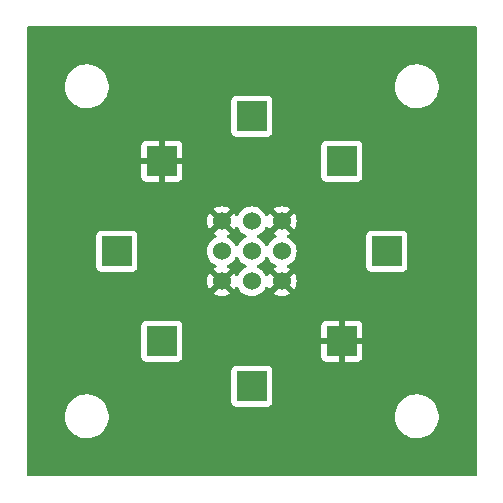
<source format=gbr>
%TF.GenerationSoftware,KiCad,Pcbnew,7.0.7*%
%TF.CreationDate,2024-01-02T00:34:10-08:00*%
%TF.ProjectId,base_connector,62617365-5f63-46f6-9e6e-6563746f722e,rev?*%
%TF.SameCoordinates,Original*%
%TF.FileFunction,Copper,L2,Bot*%
%TF.FilePolarity,Positive*%
%FSLAX46Y46*%
G04 Gerber Fmt 4.6, Leading zero omitted, Abs format (unit mm)*
G04 Created by KiCad (PCBNEW 7.0.7) date 2024-01-02 00:34:10*
%MOMM*%
%LPD*%
G01*
G04 APERTURE LIST*
%TA.AperFunction,ComponentPad*%
%ADD10R,2.500000X2.500000*%
%TD*%
%TA.AperFunction,ComponentPad*%
%ADD11C,1.524000*%
%TD*%
G04 APERTURE END LIST*
D10*
%TO.P,TP5,1,1*%
%TO.N,+3V3*%
X160020000Y-99060000D03*
%TD*%
%TO.P,TP1,1,1*%
%TO.N,SIG_N*%
X152400000Y-95250000D03*
%TD*%
%TO.P,TP7,1,1*%
%TO.N,GND*%
X160020000Y-114300000D03*
%TD*%
D11*
%TO.P,U1,1,SIG_N*%
%TO.N,SIG_N*%
X152400000Y-104140000D03*
%TO.P,U1,2,SIG_E*%
%TO.N,SIG_E*%
X154940000Y-106680000D03*
%TO.P,U1,3,SIG_S*%
%TO.N,SIG_S*%
X152400000Y-109220000D03*
%TO.P,U1,4,SIG_W*%
%TO.N,SIG_W*%
X149860000Y-106680000D03*
%TO.P,U1,5,VCC*%
%TO.N,+3V3*%
X152400000Y-106680000D03*
%TO.P,U1,6,GND*%
%TO.N,GND*%
X149860000Y-104140000D03*
X149860000Y-109220000D03*
X154940000Y-104140000D03*
X154940000Y-109220000D03*
%TD*%
D10*
%TO.P,TP4,1,1*%
%TO.N,SIG_E*%
X163830000Y-106680000D03*
%TD*%
%TO.P,TP6,1,1*%
%TO.N,+3V3*%
X144780000Y-114300000D03*
%TD*%
%TO.P,TP3,1,1*%
%TO.N,SIG_S*%
X152400000Y-118110000D03*
%TD*%
%TO.P,TP8,1,1*%
%TO.N,GND*%
X144780000Y-99060000D03*
%TD*%
%TO.P,TP2,1,1*%
%TO.N,SIG_W*%
X140970000Y-106680000D03*
%TD*%
%TA.AperFunction,Conductor*%
%TO.N,GND*%
G36*
X153737865Y-107133435D02*
G01*
X153782382Y-107184811D01*
X153842464Y-107313658D01*
X153842468Y-107313666D01*
X153969170Y-107494615D01*
X153969175Y-107494621D01*
X154125378Y-107650824D01*
X154125384Y-107650829D01*
X154306333Y-107777531D01*
X154306335Y-107777532D01*
X154306338Y-107777534D01*
X154435189Y-107837618D01*
X154435781Y-107837894D01*
X154488220Y-107884066D01*
X154507372Y-107951260D01*
X154487156Y-108018141D01*
X154435781Y-108062658D01*
X154306586Y-108122903D01*
X154241812Y-108168257D01*
X154241811Y-108168258D01*
X154770723Y-108697170D01*
X154804208Y-108758493D01*
X154799224Y-108828185D01*
X154757352Y-108884118D01*
X154742059Y-108893906D01*
X154702749Y-108915179D01*
X154702748Y-108915179D01*
X154616626Y-109008733D01*
X154616626Y-109008734D01*
X154615911Y-109010365D01*
X154614340Y-109012233D01*
X154611008Y-109017334D01*
X154610391Y-109016931D01*
X154570952Y-109063849D01*
X154504215Y-109084535D01*
X154436888Y-109065857D01*
X154414677Y-109048230D01*
X153888258Y-108521811D01*
X153888257Y-108521812D01*
X153842903Y-108586586D01*
X153782658Y-108715781D01*
X153736485Y-108768220D01*
X153669292Y-108787372D01*
X153602411Y-108767156D01*
X153557894Y-108715781D01*
X153497652Y-108586593D01*
X153497534Y-108586339D01*
X153388415Y-108430500D01*
X153370827Y-108405381D01*
X153339239Y-108373793D01*
X153214620Y-108249174D01*
X153214616Y-108249171D01*
X153214615Y-108249170D01*
X153033666Y-108122468D01*
X153033658Y-108122464D01*
X152904811Y-108062382D01*
X152852371Y-108016210D01*
X152833219Y-107949017D01*
X152853435Y-107882135D01*
X152904811Y-107837618D01*
X152910802Y-107834824D01*
X153033662Y-107777534D01*
X153214620Y-107650826D01*
X153370826Y-107494620D01*
X153497534Y-107313662D01*
X153557617Y-107184811D01*
X153603790Y-107132371D01*
X153670983Y-107113219D01*
X153737865Y-107133435D01*
G37*
%TD.AperFunction*%
%TA.AperFunction,Conductor*%
G36*
X151197865Y-107133435D02*
G01*
X151242382Y-107184811D01*
X151302464Y-107313658D01*
X151302468Y-107313666D01*
X151429170Y-107494615D01*
X151429175Y-107494621D01*
X151585378Y-107650824D01*
X151585384Y-107650829D01*
X151766333Y-107777531D01*
X151766335Y-107777532D01*
X151766338Y-107777534D01*
X151885748Y-107833215D01*
X151895189Y-107837618D01*
X151947628Y-107883790D01*
X151966780Y-107950984D01*
X151946564Y-108017865D01*
X151895189Y-108062382D01*
X151766340Y-108122465D01*
X151766338Y-108122466D01*
X151585377Y-108249175D01*
X151429175Y-108405377D01*
X151302467Y-108586337D01*
X151302466Y-108586339D01*
X151302348Y-108586593D01*
X151242105Y-108715782D01*
X151195932Y-108768221D01*
X151128738Y-108787372D01*
X151061857Y-108767156D01*
X151017341Y-108715780D01*
X150957100Y-108586593D01*
X150957099Y-108586591D01*
X150911740Y-108521811D01*
X150382949Y-109050602D01*
X150321626Y-109084087D01*
X150251934Y-109079103D01*
X150196001Y-109037231D01*
X150191460Y-109030743D01*
X150144189Y-108958391D01*
X150144187Y-108958388D01*
X150088673Y-108915180D01*
X150043843Y-108880287D01*
X150043840Y-108880285D01*
X150043488Y-108880012D01*
X150002675Y-108823301D01*
X149999000Y-108753529D01*
X150031969Y-108694477D01*
X150558187Y-108168258D01*
X150493409Y-108122900D01*
X150493407Y-108122899D01*
X150364219Y-108062658D01*
X150311779Y-108016486D01*
X150292627Y-107949293D01*
X150312843Y-107882411D01*
X150364219Y-107837894D01*
X150364811Y-107837618D01*
X150493662Y-107777534D01*
X150674620Y-107650826D01*
X150830826Y-107494620D01*
X150957534Y-107313662D01*
X151017617Y-107184811D01*
X151063790Y-107132371D01*
X151130983Y-107113219D01*
X151197865Y-107133435D01*
G37*
%TD.AperFunction*%
%TA.AperFunction,Conductor*%
G36*
X150363099Y-104294135D02*
G01*
X150385322Y-104311769D01*
X150911740Y-104838187D01*
X150911742Y-104838186D01*
X150957093Y-104773420D01*
X150957100Y-104773408D01*
X151017342Y-104644219D01*
X151063514Y-104591779D01*
X151130707Y-104572627D01*
X151197588Y-104592842D01*
X151242106Y-104644219D01*
X151302464Y-104773658D01*
X151302468Y-104773666D01*
X151429170Y-104954615D01*
X151429175Y-104954621D01*
X151585378Y-105110824D01*
X151585384Y-105110829D01*
X151766333Y-105237531D01*
X151766335Y-105237532D01*
X151766338Y-105237534D01*
X151885748Y-105293215D01*
X151895189Y-105297618D01*
X151947628Y-105343790D01*
X151966780Y-105410984D01*
X151946564Y-105477865D01*
X151895189Y-105522382D01*
X151766340Y-105582465D01*
X151766338Y-105582466D01*
X151585377Y-105709175D01*
X151429175Y-105865377D01*
X151302466Y-106046338D01*
X151302465Y-106046340D01*
X151242382Y-106175189D01*
X151196209Y-106227628D01*
X151129016Y-106246780D01*
X151062135Y-106226564D01*
X151017618Y-106175189D01*
X150957534Y-106046340D01*
X150957533Y-106046338D01*
X150830827Y-105865381D01*
X150830823Y-105865377D01*
X150674620Y-105709174D01*
X150674616Y-105709171D01*
X150674615Y-105709170D01*
X150493666Y-105582468D01*
X150493658Y-105582464D01*
X150364219Y-105522106D01*
X150311779Y-105475934D01*
X150292627Y-105408741D01*
X150312843Y-105341859D01*
X150364219Y-105297342D01*
X150493408Y-105237100D01*
X150493420Y-105237093D01*
X150558186Y-105191742D01*
X150558187Y-105191740D01*
X150029276Y-104662829D01*
X149995791Y-104601506D01*
X150000775Y-104531814D01*
X150042647Y-104475881D01*
X150057933Y-104466097D01*
X150097251Y-104444820D01*
X150183371Y-104351269D01*
X150184083Y-104349643D01*
X150185652Y-104347777D01*
X150188992Y-104342666D01*
X150189609Y-104343069D01*
X150229036Y-104296158D01*
X150295770Y-104275464D01*
X150363099Y-104294135D01*
G37*
%TD.AperFunction*%
%TA.AperFunction,Conductor*%
G36*
X154548064Y-104280894D02*
G01*
X154603998Y-104322765D01*
X154608539Y-104329254D01*
X154655813Y-104401612D01*
X154756157Y-104479713D01*
X154756160Y-104479714D01*
X154756511Y-104479987D01*
X154797324Y-104536697D01*
X154800999Y-104606470D01*
X154768030Y-104665522D01*
X154241811Y-105191741D01*
X154306582Y-105237094D01*
X154306588Y-105237098D01*
X154435781Y-105297342D01*
X154488220Y-105343514D01*
X154507372Y-105410708D01*
X154487156Y-105477589D01*
X154435781Y-105522106D01*
X154306340Y-105582465D01*
X154306338Y-105582466D01*
X154125377Y-105709175D01*
X153969175Y-105865377D01*
X153842466Y-106046338D01*
X153842465Y-106046340D01*
X153782382Y-106175189D01*
X153736209Y-106227628D01*
X153669016Y-106246780D01*
X153602135Y-106226564D01*
X153557618Y-106175189D01*
X153497534Y-106046340D01*
X153497533Y-106046338D01*
X153370827Y-105865381D01*
X153370823Y-105865377D01*
X153214620Y-105709174D01*
X153214616Y-105709171D01*
X153214615Y-105709170D01*
X153033666Y-105582468D01*
X153033658Y-105582464D01*
X152904811Y-105522382D01*
X152852371Y-105476210D01*
X152833219Y-105409017D01*
X152853435Y-105342135D01*
X152904811Y-105297618D01*
X152910802Y-105294824D01*
X153033662Y-105237534D01*
X153214620Y-105110826D01*
X153370826Y-104954620D01*
X153497534Y-104773662D01*
X153557894Y-104644218D01*
X153604066Y-104591779D01*
X153671259Y-104572627D01*
X153738141Y-104592843D01*
X153782658Y-104644219D01*
X153842899Y-104773407D01*
X153842900Y-104773409D01*
X153888258Y-104838187D01*
X154417050Y-104309395D01*
X154478373Y-104275910D01*
X154548064Y-104280894D01*
G37*
%TD.AperFunction*%
%TA.AperFunction,Conductor*%
G36*
X171392539Y-87650185D02*
G01*
X171438294Y-87702989D01*
X171449500Y-87754500D01*
X171449500Y-125605500D01*
X171429815Y-125672539D01*
X171377011Y-125718294D01*
X171325500Y-125729500D01*
X133474500Y-125729500D01*
X133407461Y-125709815D01*
X133361706Y-125657011D01*
X133350500Y-125605500D01*
X133350500Y-120717763D01*
X136575787Y-120717763D01*
X136605413Y-120987013D01*
X136605415Y-120987024D01*
X136673926Y-121249082D01*
X136673928Y-121249088D01*
X136779870Y-121498390D01*
X136851998Y-121616575D01*
X136920979Y-121729605D01*
X136920986Y-121729615D01*
X137094253Y-121937819D01*
X137094259Y-121937824D01*
X137295998Y-122118582D01*
X137521910Y-122268044D01*
X137767176Y-122383020D01*
X137767183Y-122383022D01*
X137767185Y-122383023D01*
X138026557Y-122461057D01*
X138026564Y-122461058D01*
X138026569Y-122461060D01*
X138294561Y-122500500D01*
X138294566Y-122500500D01*
X138497636Y-122500500D01*
X138549133Y-122496730D01*
X138700156Y-122485677D01*
X138812758Y-122460593D01*
X138964546Y-122426782D01*
X138964548Y-122426781D01*
X138964553Y-122426780D01*
X139217558Y-122330014D01*
X139453777Y-122197441D01*
X139668177Y-122031888D01*
X139856186Y-121836881D01*
X140013799Y-121616579D01*
X140087787Y-121472669D01*
X140137649Y-121375690D01*
X140137651Y-121375684D01*
X140137656Y-121375675D01*
X140225118Y-121119305D01*
X140274319Y-120852933D01*
X140279259Y-120717763D01*
X164515787Y-120717763D01*
X164545413Y-120987013D01*
X164545415Y-120987024D01*
X164613926Y-121249082D01*
X164613928Y-121249088D01*
X164719870Y-121498390D01*
X164791998Y-121616575D01*
X164860979Y-121729605D01*
X164860986Y-121729615D01*
X165034253Y-121937819D01*
X165034259Y-121937824D01*
X165235998Y-122118582D01*
X165461910Y-122268044D01*
X165707176Y-122383020D01*
X165707183Y-122383022D01*
X165707185Y-122383023D01*
X165966557Y-122461057D01*
X165966564Y-122461058D01*
X165966569Y-122461060D01*
X166234561Y-122500500D01*
X166234566Y-122500500D01*
X166437636Y-122500500D01*
X166489133Y-122496730D01*
X166640156Y-122485677D01*
X166752758Y-122460593D01*
X166904546Y-122426782D01*
X166904548Y-122426781D01*
X166904553Y-122426780D01*
X167157558Y-122330014D01*
X167393777Y-122197441D01*
X167608177Y-122031888D01*
X167796186Y-121836881D01*
X167953799Y-121616579D01*
X168027787Y-121472669D01*
X168077649Y-121375690D01*
X168077651Y-121375684D01*
X168077656Y-121375675D01*
X168165118Y-121119305D01*
X168214319Y-120852933D01*
X168224212Y-120582235D01*
X168194586Y-120312982D01*
X168126072Y-120050912D01*
X168020130Y-119801610D01*
X167879018Y-119570390D01*
X167877845Y-119568981D01*
X167705746Y-119362180D01*
X167705740Y-119362175D01*
X167504002Y-119181418D01*
X167278092Y-119031957D01*
X167278090Y-119031956D01*
X167032824Y-118916980D01*
X167032819Y-118916978D01*
X167032814Y-118916976D01*
X166773442Y-118838942D01*
X166773428Y-118838939D01*
X166657791Y-118821921D01*
X166505439Y-118799500D01*
X166302369Y-118799500D01*
X166302364Y-118799500D01*
X166099844Y-118814323D01*
X166099831Y-118814325D01*
X165835453Y-118873217D01*
X165835446Y-118873220D01*
X165582439Y-118969987D01*
X165346226Y-119102557D01*
X165131822Y-119268112D01*
X164943822Y-119463109D01*
X164943816Y-119463116D01*
X164786202Y-119683419D01*
X164786199Y-119683424D01*
X164662350Y-119924309D01*
X164662343Y-119924327D01*
X164574884Y-120180685D01*
X164574881Y-120180699D01*
X164525681Y-120447068D01*
X164525680Y-120447075D01*
X164515787Y-120717763D01*
X140279259Y-120717763D01*
X140284212Y-120582235D01*
X140254586Y-120312982D01*
X140186072Y-120050912D01*
X140080130Y-119801610D01*
X139939018Y-119570390D01*
X139937845Y-119568981D01*
X139803769Y-119407870D01*
X150649500Y-119407870D01*
X150649501Y-119407876D01*
X150655908Y-119467483D01*
X150706202Y-119602328D01*
X150706206Y-119602335D01*
X150792452Y-119717544D01*
X150792455Y-119717547D01*
X150907664Y-119803793D01*
X150907671Y-119803797D01*
X151042517Y-119854091D01*
X151042516Y-119854091D01*
X151049444Y-119854835D01*
X151102127Y-119860500D01*
X153697872Y-119860499D01*
X153757483Y-119854091D01*
X153892331Y-119803796D01*
X154007546Y-119717546D01*
X154093796Y-119602331D01*
X154144091Y-119467483D01*
X154150500Y-119407873D01*
X154150499Y-116812128D01*
X154144091Y-116752517D01*
X154093796Y-116617669D01*
X154093795Y-116617668D01*
X154093793Y-116617664D01*
X154007547Y-116502455D01*
X154007544Y-116502452D01*
X153892335Y-116416206D01*
X153892328Y-116416202D01*
X153757482Y-116365908D01*
X153757483Y-116365908D01*
X153697883Y-116359501D01*
X153697881Y-116359500D01*
X153697873Y-116359500D01*
X153697864Y-116359500D01*
X151102129Y-116359500D01*
X151102123Y-116359501D01*
X151042516Y-116365908D01*
X150907671Y-116416202D01*
X150907664Y-116416206D01*
X150792455Y-116502452D01*
X150792452Y-116502455D01*
X150706206Y-116617664D01*
X150706202Y-116617671D01*
X150655908Y-116752517D01*
X150649501Y-116812116D01*
X150649501Y-116812123D01*
X150649500Y-116812135D01*
X150649500Y-119407870D01*
X139803769Y-119407870D01*
X139765746Y-119362180D01*
X139765740Y-119362175D01*
X139564002Y-119181418D01*
X139338092Y-119031957D01*
X139338090Y-119031956D01*
X139092824Y-118916980D01*
X139092819Y-118916978D01*
X139092814Y-118916976D01*
X138833442Y-118838942D01*
X138833428Y-118838939D01*
X138717791Y-118821921D01*
X138565439Y-118799500D01*
X138362369Y-118799500D01*
X138362364Y-118799500D01*
X138159844Y-118814323D01*
X138159831Y-118814325D01*
X137895453Y-118873217D01*
X137895446Y-118873220D01*
X137642439Y-118969987D01*
X137406226Y-119102557D01*
X137191822Y-119268112D01*
X137003822Y-119463109D01*
X137003816Y-119463116D01*
X136846202Y-119683419D01*
X136846199Y-119683424D01*
X136722350Y-119924309D01*
X136722343Y-119924327D01*
X136634884Y-120180685D01*
X136634881Y-120180699D01*
X136585681Y-120447068D01*
X136585680Y-120447075D01*
X136575787Y-120717763D01*
X133350500Y-120717763D01*
X133350500Y-115597870D01*
X143029500Y-115597870D01*
X143029501Y-115597876D01*
X143035908Y-115657483D01*
X143086202Y-115792328D01*
X143086206Y-115792335D01*
X143172452Y-115907544D01*
X143172455Y-115907547D01*
X143287664Y-115993793D01*
X143287671Y-115993797D01*
X143422517Y-116044091D01*
X143422516Y-116044091D01*
X143429444Y-116044835D01*
X143482127Y-116050500D01*
X146077872Y-116050499D01*
X146137483Y-116044091D01*
X146272331Y-115993796D01*
X146387546Y-115907546D01*
X146473796Y-115792331D01*
X146524091Y-115657483D01*
X146530500Y-115597873D01*
X146530500Y-115597844D01*
X158270000Y-115597844D01*
X158276401Y-115657372D01*
X158276403Y-115657379D01*
X158326645Y-115792086D01*
X158326649Y-115792093D01*
X158412809Y-115907187D01*
X158412812Y-115907190D01*
X158527906Y-115993350D01*
X158527913Y-115993354D01*
X158662620Y-116043596D01*
X158662627Y-116043598D01*
X158722155Y-116049999D01*
X158722172Y-116050000D01*
X159770000Y-116050000D01*
X159770000Y-115013658D01*
X159789685Y-114946619D01*
X159842489Y-114900864D01*
X159910184Y-114890719D01*
X159980677Y-114900000D01*
X159980684Y-114900000D01*
X160059316Y-114900000D01*
X160059323Y-114900000D01*
X160129815Y-114890719D01*
X160198849Y-114901484D01*
X160251105Y-114947864D01*
X160270000Y-115013658D01*
X160270000Y-116050000D01*
X161317828Y-116050000D01*
X161317844Y-116049999D01*
X161377372Y-116043598D01*
X161377379Y-116043596D01*
X161512086Y-115993354D01*
X161512093Y-115993350D01*
X161627187Y-115907190D01*
X161627190Y-115907187D01*
X161713350Y-115792093D01*
X161713354Y-115792086D01*
X161763596Y-115657379D01*
X161763598Y-115657372D01*
X161769999Y-115597844D01*
X161770000Y-115597827D01*
X161770000Y-114550000D01*
X160733658Y-114550000D01*
X160666619Y-114530315D01*
X160620864Y-114477511D01*
X160610719Y-114409816D01*
X160625177Y-114300000D01*
X160610719Y-114190183D01*
X160621484Y-114121151D01*
X160667864Y-114068895D01*
X160733658Y-114050000D01*
X161770000Y-114050000D01*
X161770000Y-113002172D01*
X161769999Y-113002155D01*
X161763598Y-112942627D01*
X161763596Y-112942620D01*
X161713354Y-112807913D01*
X161713350Y-112807906D01*
X161627190Y-112692812D01*
X161627187Y-112692809D01*
X161512093Y-112606649D01*
X161512086Y-112606645D01*
X161377379Y-112556403D01*
X161377372Y-112556401D01*
X161317844Y-112550000D01*
X160270000Y-112550000D01*
X160270000Y-113586341D01*
X160250315Y-113653380D01*
X160197511Y-113699135D01*
X160129815Y-113709280D01*
X160059333Y-113700001D01*
X160059328Y-113700000D01*
X160059323Y-113700000D01*
X159980677Y-113700000D01*
X159980671Y-113700000D01*
X159980666Y-113700001D01*
X159910185Y-113709280D01*
X159841150Y-113698514D01*
X159788894Y-113652134D01*
X159770000Y-113586341D01*
X159770000Y-112550000D01*
X158722155Y-112550000D01*
X158662627Y-112556401D01*
X158662620Y-112556403D01*
X158527913Y-112606645D01*
X158527906Y-112606649D01*
X158412812Y-112692809D01*
X158412809Y-112692812D01*
X158326649Y-112807906D01*
X158326645Y-112807913D01*
X158276403Y-112942620D01*
X158276401Y-112942627D01*
X158270000Y-113002155D01*
X158270000Y-114050000D01*
X159306342Y-114050000D01*
X159373381Y-114069685D01*
X159419136Y-114122489D01*
X159429280Y-114190183D01*
X159414823Y-114300000D01*
X159429280Y-114409816D01*
X159418516Y-114478849D01*
X159372136Y-114531105D01*
X159306342Y-114550000D01*
X158270000Y-114550000D01*
X158270000Y-115597844D01*
X146530500Y-115597844D01*
X146530499Y-113002128D01*
X146524091Y-112942517D01*
X146473884Y-112807906D01*
X146473797Y-112807671D01*
X146473793Y-112807664D01*
X146387547Y-112692455D01*
X146387544Y-112692452D01*
X146272335Y-112606206D01*
X146272328Y-112606202D01*
X146137482Y-112555908D01*
X146137483Y-112555908D01*
X146077883Y-112549501D01*
X146077881Y-112549500D01*
X146077873Y-112549500D01*
X146077864Y-112549500D01*
X143482129Y-112549500D01*
X143482123Y-112549501D01*
X143422516Y-112555908D01*
X143287671Y-112606202D01*
X143287664Y-112606206D01*
X143172455Y-112692452D01*
X143172452Y-112692455D01*
X143086206Y-112807664D01*
X143086202Y-112807671D01*
X143035908Y-112942517D01*
X143029501Y-113002116D01*
X143029501Y-113002123D01*
X143029500Y-113002135D01*
X143029500Y-115597870D01*
X133350500Y-115597870D01*
X133350500Y-107977870D01*
X139219500Y-107977870D01*
X139219501Y-107977876D01*
X139225908Y-108037483D01*
X139276202Y-108172328D01*
X139276206Y-108172335D01*
X139362452Y-108287544D01*
X139362455Y-108287547D01*
X139477664Y-108373793D01*
X139477671Y-108373797D01*
X139612517Y-108424091D01*
X139612516Y-108424091D01*
X139619444Y-108424835D01*
X139672127Y-108430500D01*
X142267872Y-108430499D01*
X142327483Y-108424091D01*
X142462331Y-108373796D01*
X142577546Y-108287546D01*
X142663796Y-108172331D01*
X142714091Y-108037483D01*
X142720500Y-107977873D01*
X142720500Y-106680002D01*
X148592677Y-106680002D01*
X148611929Y-106900062D01*
X148611930Y-106900070D01*
X148669104Y-107113445D01*
X148669105Y-107113447D01*
X148669106Y-107113450D01*
X148702382Y-107184811D01*
X148762466Y-107313662D01*
X148762468Y-107313666D01*
X148889170Y-107494615D01*
X148889175Y-107494621D01*
X149045378Y-107650824D01*
X149045384Y-107650829D01*
X149226333Y-107777531D01*
X149226335Y-107777532D01*
X149226338Y-107777534D01*
X149355189Y-107837618D01*
X149355781Y-107837894D01*
X149408220Y-107884066D01*
X149427372Y-107951260D01*
X149407156Y-108018141D01*
X149355781Y-108062658D01*
X149226586Y-108122903D01*
X149161812Y-108168257D01*
X149161811Y-108168258D01*
X149690723Y-108697170D01*
X149724208Y-108758493D01*
X149719224Y-108828185D01*
X149677352Y-108884118D01*
X149662059Y-108893906D01*
X149622749Y-108915179D01*
X149622748Y-108915179D01*
X149536626Y-109008733D01*
X149536626Y-109008734D01*
X149535911Y-109010365D01*
X149534340Y-109012233D01*
X149531008Y-109017334D01*
X149530391Y-109016931D01*
X149490952Y-109063849D01*
X149424215Y-109084535D01*
X149356888Y-109065857D01*
X149334677Y-109048230D01*
X148808258Y-108521811D01*
X148808257Y-108521812D01*
X148762903Y-108586586D01*
X148669579Y-108786720D01*
X148669575Y-108786729D01*
X148612426Y-109000013D01*
X148612424Y-109000023D01*
X148593179Y-109219999D01*
X148593179Y-109220000D01*
X148612424Y-109439976D01*
X148612426Y-109439986D01*
X148669575Y-109653270D01*
X148669580Y-109653284D01*
X148762899Y-109853407D01*
X148762900Y-109853409D01*
X148808258Y-109918187D01*
X149337050Y-109389395D01*
X149398373Y-109355910D01*
X149468064Y-109360894D01*
X149523998Y-109402765D01*
X149528539Y-109409254D01*
X149575813Y-109481612D01*
X149676157Y-109559713D01*
X149676160Y-109559714D01*
X149676511Y-109559987D01*
X149717324Y-109616697D01*
X149720999Y-109686470D01*
X149688030Y-109745522D01*
X149161811Y-110271741D01*
X149226582Y-110317094D01*
X149226592Y-110317100D01*
X149426715Y-110410419D01*
X149426729Y-110410424D01*
X149640013Y-110467573D01*
X149640023Y-110467575D01*
X149859999Y-110486821D01*
X149860001Y-110486821D01*
X150079976Y-110467575D01*
X150079986Y-110467573D01*
X150293270Y-110410424D01*
X150293284Y-110410419D01*
X150493408Y-110317100D01*
X150493420Y-110317093D01*
X150558186Y-110271742D01*
X150558187Y-110271740D01*
X150029276Y-109742829D01*
X149995791Y-109681506D01*
X150000775Y-109611814D01*
X150042647Y-109555881D01*
X150057933Y-109546097D01*
X150097251Y-109524820D01*
X150183371Y-109431269D01*
X150184083Y-109429643D01*
X150185652Y-109427777D01*
X150188992Y-109422666D01*
X150189609Y-109423069D01*
X150229036Y-109376158D01*
X150295770Y-109355464D01*
X150363099Y-109374135D01*
X150385322Y-109391769D01*
X150911740Y-109918187D01*
X150911742Y-109918186D01*
X150957093Y-109853420D01*
X150957100Y-109853408D01*
X151017342Y-109724219D01*
X151063514Y-109671779D01*
X151130707Y-109652627D01*
X151197588Y-109672842D01*
X151242106Y-109724219D01*
X151302464Y-109853658D01*
X151302468Y-109853666D01*
X151429170Y-110034615D01*
X151429175Y-110034621D01*
X151585378Y-110190824D01*
X151585384Y-110190829D01*
X151766333Y-110317531D01*
X151766335Y-110317532D01*
X151766338Y-110317534D01*
X151966550Y-110410894D01*
X152179932Y-110468070D01*
X152337123Y-110481822D01*
X152399998Y-110487323D01*
X152400000Y-110487323D01*
X152400002Y-110487323D01*
X152455017Y-110482509D01*
X152620068Y-110468070D01*
X152833450Y-110410894D01*
X153033662Y-110317534D01*
X153214620Y-110190826D01*
X153370826Y-110034620D01*
X153497534Y-109853662D01*
X153557894Y-109724218D01*
X153604066Y-109671779D01*
X153671259Y-109652627D01*
X153738141Y-109672843D01*
X153782658Y-109724219D01*
X153842899Y-109853407D01*
X153842900Y-109853409D01*
X153888258Y-109918187D01*
X154417050Y-109389395D01*
X154478373Y-109355910D01*
X154548064Y-109360894D01*
X154603998Y-109402765D01*
X154608539Y-109409254D01*
X154655813Y-109481612D01*
X154756157Y-109559713D01*
X154756160Y-109559714D01*
X154756511Y-109559987D01*
X154797324Y-109616697D01*
X154800999Y-109686470D01*
X154768030Y-109745522D01*
X154241811Y-110271741D01*
X154306582Y-110317094D01*
X154306592Y-110317100D01*
X154506715Y-110410419D01*
X154506729Y-110410424D01*
X154720013Y-110467573D01*
X154720023Y-110467575D01*
X154939999Y-110486821D01*
X154940001Y-110486821D01*
X155159976Y-110467575D01*
X155159986Y-110467573D01*
X155373270Y-110410424D01*
X155373284Y-110410419D01*
X155573408Y-110317100D01*
X155573420Y-110317093D01*
X155638186Y-110271742D01*
X155638187Y-110271740D01*
X155109276Y-109742829D01*
X155075791Y-109681506D01*
X155080775Y-109611814D01*
X155122647Y-109555881D01*
X155137933Y-109546097D01*
X155177251Y-109524820D01*
X155263371Y-109431269D01*
X155264083Y-109429643D01*
X155265652Y-109427777D01*
X155268992Y-109422666D01*
X155269609Y-109423069D01*
X155309036Y-109376158D01*
X155375770Y-109355464D01*
X155443099Y-109374135D01*
X155465322Y-109391769D01*
X155991740Y-109918187D01*
X155991742Y-109918186D01*
X156037093Y-109853420D01*
X156037100Y-109853408D01*
X156130419Y-109653284D01*
X156130424Y-109653270D01*
X156187573Y-109439986D01*
X156187575Y-109439976D01*
X156206821Y-109220000D01*
X156206821Y-109219999D01*
X156187575Y-109000023D01*
X156187573Y-109000013D01*
X156130424Y-108786729D01*
X156130420Y-108786720D01*
X156037098Y-108586590D01*
X155991740Y-108521811D01*
X155462949Y-109050602D01*
X155401626Y-109084087D01*
X155331934Y-109079103D01*
X155276001Y-109037231D01*
X155271460Y-109030743D01*
X155224189Y-108958391D01*
X155224187Y-108958388D01*
X155168673Y-108915180D01*
X155123843Y-108880287D01*
X155123840Y-108880285D01*
X155123488Y-108880012D01*
X155082675Y-108823301D01*
X155079000Y-108753529D01*
X155111969Y-108694477D01*
X155638187Y-108168258D01*
X155573409Y-108122900D01*
X155573407Y-108122899D01*
X155444219Y-108062658D01*
X155391779Y-108016486D01*
X155380772Y-107977870D01*
X162079500Y-107977870D01*
X162079501Y-107977876D01*
X162085908Y-108037483D01*
X162136202Y-108172328D01*
X162136206Y-108172335D01*
X162222452Y-108287544D01*
X162222455Y-108287547D01*
X162337664Y-108373793D01*
X162337671Y-108373797D01*
X162472517Y-108424091D01*
X162472516Y-108424091D01*
X162479444Y-108424835D01*
X162532127Y-108430500D01*
X165127872Y-108430499D01*
X165187483Y-108424091D01*
X165322331Y-108373796D01*
X165437546Y-108287546D01*
X165523796Y-108172331D01*
X165574091Y-108037483D01*
X165580500Y-107977873D01*
X165580499Y-105382128D01*
X165574091Y-105322517D01*
X165564804Y-105297618D01*
X165523797Y-105187671D01*
X165523793Y-105187664D01*
X165437547Y-105072455D01*
X165437544Y-105072452D01*
X165322335Y-104986206D01*
X165322328Y-104986202D01*
X165187482Y-104935908D01*
X165187483Y-104935908D01*
X165127883Y-104929501D01*
X165127881Y-104929500D01*
X165127873Y-104929500D01*
X165127864Y-104929500D01*
X162532129Y-104929500D01*
X162532123Y-104929501D01*
X162472516Y-104935908D01*
X162337671Y-104986202D01*
X162337664Y-104986206D01*
X162222455Y-105072452D01*
X162222452Y-105072455D01*
X162136206Y-105187664D01*
X162136202Y-105187671D01*
X162085908Y-105322517D01*
X162079501Y-105382116D01*
X162079501Y-105382123D01*
X162079500Y-105382135D01*
X162079500Y-107977870D01*
X155380772Y-107977870D01*
X155372627Y-107949293D01*
X155392843Y-107882411D01*
X155444219Y-107837894D01*
X155444811Y-107837618D01*
X155573662Y-107777534D01*
X155754620Y-107650826D01*
X155910826Y-107494620D01*
X156037534Y-107313662D01*
X156130894Y-107113450D01*
X156188070Y-106900068D01*
X156207323Y-106680000D01*
X156188070Y-106459932D01*
X156130894Y-106246550D01*
X156037534Y-106046339D01*
X155910826Y-105865380D01*
X155754620Y-105709174D01*
X155754616Y-105709171D01*
X155754615Y-105709170D01*
X155573666Y-105582468D01*
X155573658Y-105582464D01*
X155444219Y-105522106D01*
X155391779Y-105475934D01*
X155372627Y-105408741D01*
X155392843Y-105341859D01*
X155444219Y-105297342D01*
X155573408Y-105237100D01*
X155573420Y-105237093D01*
X155638186Y-105191742D01*
X155638187Y-105191740D01*
X155109276Y-104662829D01*
X155075791Y-104601506D01*
X155080775Y-104531814D01*
X155122647Y-104475881D01*
X155137933Y-104466097D01*
X155177251Y-104444820D01*
X155263371Y-104351269D01*
X155264083Y-104349643D01*
X155265652Y-104347777D01*
X155268992Y-104342666D01*
X155269609Y-104343069D01*
X155309036Y-104296158D01*
X155375770Y-104275464D01*
X155443099Y-104294135D01*
X155465322Y-104311769D01*
X155991740Y-104838187D01*
X155991742Y-104838186D01*
X156037093Y-104773420D01*
X156037100Y-104773408D01*
X156130419Y-104573284D01*
X156130424Y-104573270D01*
X156187573Y-104359986D01*
X156187575Y-104359976D01*
X156206821Y-104140000D01*
X156206821Y-104139999D01*
X156187575Y-103920023D01*
X156187573Y-103920013D01*
X156130424Y-103706729D01*
X156130420Y-103706720D01*
X156037098Y-103506590D01*
X155991740Y-103441811D01*
X155462949Y-103970602D01*
X155401626Y-104004087D01*
X155331934Y-103999103D01*
X155276001Y-103957231D01*
X155271460Y-103950743D01*
X155224189Y-103878391D01*
X155224187Y-103878388D01*
X155168673Y-103835180D01*
X155123843Y-103800287D01*
X155123840Y-103800285D01*
X155123488Y-103800012D01*
X155082675Y-103743301D01*
X155079000Y-103673529D01*
X155111969Y-103614477D01*
X155638187Y-103088258D01*
X155573409Y-103042900D01*
X155573407Y-103042899D01*
X155373284Y-102949580D01*
X155373270Y-102949575D01*
X155159986Y-102892426D01*
X155159976Y-102892424D01*
X154940001Y-102873179D01*
X154939999Y-102873179D01*
X154720023Y-102892424D01*
X154720013Y-102892426D01*
X154506729Y-102949575D01*
X154506720Y-102949579D01*
X154306586Y-103042903D01*
X154241812Y-103088257D01*
X154241811Y-103088258D01*
X154770723Y-103617170D01*
X154804208Y-103678493D01*
X154799224Y-103748185D01*
X154757352Y-103804118D01*
X154742059Y-103813906D01*
X154702749Y-103835179D01*
X154702748Y-103835179D01*
X154616626Y-103928733D01*
X154616626Y-103928734D01*
X154615911Y-103930365D01*
X154614340Y-103932233D01*
X154611008Y-103937334D01*
X154610391Y-103936931D01*
X154570952Y-103983849D01*
X154504215Y-104004535D01*
X154436888Y-103985857D01*
X154414677Y-103968230D01*
X153888258Y-103441811D01*
X153888257Y-103441812D01*
X153842903Y-103506586D01*
X153782658Y-103635781D01*
X153736485Y-103688220D01*
X153669292Y-103707372D01*
X153602411Y-103687156D01*
X153557894Y-103635781D01*
X153497652Y-103506593D01*
X153497534Y-103506339D01*
X153370826Y-103325380D01*
X153214620Y-103169174D01*
X153214616Y-103169171D01*
X153214615Y-103169170D01*
X153033666Y-103042468D01*
X153033662Y-103042466D01*
X153033660Y-103042465D01*
X152833450Y-102949106D01*
X152833447Y-102949105D01*
X152833445Y-102949104D01*
X152620070Y-102891930D01*
X152620062Y-102891929D01*
X152400002Y-102872677D01*
X152399998Y-102872677D01*
X152179937Y-102891929D01*
X152179929Y-102891930D01*
X151966554Y-102949104D01*
X151966548Y-102949107D01*
X151766340Y-103042465D01*
X151766338Y-103042466D01*
X151585377Y-103169175D01*
X151429175Y-103325377D01*
X151302467Y-103506337D01*
X151302466Y-103506339D01*
X151302348Y-103506593D01*
X151242105Y-103635782D01*
X151195932Y-103688221D01*
X151128738Y-103707372D01*
X151061857Y-103687156D01*
X151017341Y-103635780D01*
X150957100Y-103506593D01*
X150957099Y-103506591D01*
X150911740Y-103441811D01*
X150382949Y-103970602D01*
X150321626Y-104004087D01*
X150251934Y-103999103D01*
X150196001Y-103957231D01*
X150191460Y-103950743D01*
X150144189Y-103878391D01*
X150144187Y-103878388D01*
X150088673Y-103835180D01*
X150043843Y-103800287D01*
X150043840Y-103800285D01*
X150043488Y-103800012D01*
X150002675Y-103743301D01*
X149999000Y-103673529D01*
X150031969Y-103614477D01*
X150558187Y-103088258D01*
X150493409Y-103042900D01*
X150493407Y-103042899D01*
X150293284Y-102949580D01*
X150293270Y-102949575D01*
X150079986Y-102892426D01*
X150079976Y-102892424D01*
X149860001Y-102873179D01*
X149859999Y-102873179D01*
X149640023Y-102892424D01*
X149640013Y-102892426D01*
X149426729Y-102949575D01*
X149426720Y-102949579D01*
X149226586Y-103042903D01*
X149161812Y-103088257D01*
X149161811Y-103088258D01*
X149690723Y-103617170D01*
X149724208Y-103678493D01*
X149719224Y-103748185D01*
X149677352Y-103804118D01*
X149662059Y-103813906D01*
X149622749Y-103835179D01*
X149622748Y-103835179D01*
X149536626Y-103928733D01*
X149536626Y-103928734D01*
X149535911Y-103930365D01*
X149534340Y-103932233D01*
X149531008Y-103937334D01*
X149530391Y-103936931D01*
X149490952Y-103983849D01*
X149424215Y-104004535D01*
X149356888Y-103985857D01*
X149334677Y-103968230D01*
X148808258Y-103441811D01*
X148808257Y-103441812D01*
X148762903Y-103506586D01*
X148669579Y-103706720D01*
X148669575Y-103706729D01*
X148612426Y-103920013D01*
X148612424Y-103920023D01*
X148593179Y-104139999D01*
X148593179Y-104140000D01*
X148612424Y-104359976D01*
X148612426Y-104359986D01*
X148669575Y-104573270D01*
X148669580Y-104573284D01*
X148762899Y-104773407D01*
X148762900Y-104773409D01*
X148808258Y-104838187D01*
X149337050Y-104309395D01*
X149398373Y-104275910D01*
X149468064Y-104280894D01*
X149523998Y-104322765D01*
X149528539Y-104329254D01*
X149575813Y-104401612D01*
X149676157Y-104479713D01*
X149676160Y-104479714D01*
X149676511Y-104479987D01*
X149717324Y-104536697D01*
X149720999Y-104606470D01*
X149688030Y-104665522D01*
X149161811Y-105191741D01*
X149226582Y-105237094D01*
X149226588Y-105237098D01*
X149355781Y-105297342D01*
X149408220Y-105343514D01*
X149427372Y-105410708D01*
X149407156Y-105477589D01*
X149355781Y-105522106D01*
X149226340Y-105582465D01*
X149226338Y-105582466D01*
X149045377Y-105709175D01*
X148889175Y-105865377D01*
X148762466Y-106046338D01*
X148762465Y-106046340D01*
X148669107Y-106246548D01*
X148669104Y-106246554D01*
X148611930Y-106459929D01*
X148611929Y-106459937D01*
X148592677Y-106679997D01*
X148592677Y-106680002D01*
X142720500Y-106680002D01*
X142720499Y-105382128D01*
X142714091Y-105322517D01*
X142704804Y-105297618D01*
X142663797Y-105187671D01*
X142663793Y-105187664D01*
X142577547Y-105072455D01*
X142577544Y-105072452D01*
X142462335Y-104986206D01*
X142462328Y-104986202D01*
X142327482Y-104935908D01*
X142327483Y-104935908D01*
X142267883Y-104929501D01*
X142267881Y-104929500D01*
X142267873Y-104929500D01*
X142267864Y-104929500D01*
X139672129Y-104929500D01*
X139672123Y-104929501D01*
X139612516Y-104935908D01*
X139477671Y-104986202D01*
X139477664Y-104986206D01*
X139362455Y-105072452D01*
X139362452Y-105072455D01*
X139276206Y-105187664D01*
X139276202Y-105187671D01*
X139225908Y-105322517D01*
X139219501Y-105382116D01*
X139219501Y-105382123D01*
X139219500Y-105382135D01*
X139219500Y-107977870D01*
X133350500Y-107977870D01*
X133350500Y-100357844D01*
X143030000Y-100357844D01*
X143036401Y-100417372D01*
X143036403Y-100417379D01*
X143086645Y-100552086D01*
X143086649Y-100552093D01*
X143172809Y-100667187D01*
X143172812Y-100667190D01*
X143287906Y-100753350D01*
X143287913Y-100753354D01*
X143422620Y-100803596D01*
X143422627Y-100803598D01*
X143482155Y-100809999D01*
X143482172Y-100810000D01*
X144530000Y-100810000D01*
X144530000Y-99773658D01*
X144549685Y-99706619D01*
X144602489Y-99660864D01*
X144670184Y-99650719D01*
X144740677Y-99660000D01*
X144740684Y-99660000D01*
X144819316Y-99660000D01*
X144819323Y-99660000D01*
X144889815Y-99650719D01*
X144958849Y-99661484D01*
X145011105Y-99707864D01*
X145030000Y-99773658D01*
X145030000Y-100810000D01*
X146077828Y-100810000D01*
X146077844Y-100809999D01*
X146137372Y-100803598D01*
X146137379Y-100803596D01*
X146272086Y-100753354D01*
X146272093Y-100753350D01*
X146387187Y-100667190D01*
X146387190Y-100667187D01*
X146473350Y-100552093D01*
X146473354Y-100552086D01*
X146523596Y-100417379D01*
X146523598Y-100417372D01*
X146529996Y-100357870D01*
X158269500Y-100357870D01*
X158269501Y-100357876D01*
X158275908Y-100417483D01*
X158326202Y-100552328D01*
X158326206Y-100552335D01*
X158412452Y-100667544D01*
X158412455Y-100667547D01*
X158527664Y-100753793D01*
X158527671Y-100753797D01*
X158662517Y-100804091D01*
X158662516Y-100804091D01*
X158669444Y-100804835D01*
X158722127Y-100810500D01*
X161317872Y-100810499D01*
X161377483Y-100804091D01*
X161512331Y-100753796D01*
X161627546Y-100667546D01*
X161713796Y-100552331D01*
X161764091Y-100417483D01*
X161770500Y-100357873D01*
X161770499Y-97762128D01*
X161764091Y-97702517D01*
X161713884Y-97567906D01*
X161713797Y-97567671D01*
X161713793Y-97567664D01*
X161627547Y-97452455D01*
X161627544Y-97452452D01*
X161512335Y-97366206D01*
X161512328Y-97366202D01*
X161377482Y-97315908D01*
X161377483Y-97315908D01*
X161317883Y-97309501D01*
X161317881Y-97309500D01*
X161317873Y-97309500D01*
X161317864Y-97309500D01*
X158722129Y-97309500D01*
X158722123Y-97309501D01*
X158662516Y-97315908D01*
X158527671Y-97366202D01*
X158527664Y-97366206D01*
X158412455Y-97452452D01*
X158412452Y-97452455D01*
X158326206Y-97567664D01*
X158326202Y-97567671D01*
X158275908Y-97702517D01*
X158269501Y-97762116D01*
X158269501Y-97762123D01*
X158269500Y-97762135D01*
X158269500Y-100357870D01*
X146529996Y-100357870D01*
X146529999Y-100357844D01*
X146530000Y-100357827D01*
X146530000Y-99310000D01*
X145493658Y-99310000D01*
X145426619Y-99290315D01*
X145380864Y-99237511D01*
X145370719Y-99169816D01*
X145385177Y-99060000D01*
X145370719Y-98950183D01*
X145381484Y-98881151D01*
X145427864Y-98828895D01*
X145493658Y-98810000D01*
X146530000Y-98810000D01*
X146530000Y-97762172D01*
X146529999Y-97762155D01*
X146523598Y-97702627D01*
X146523596Y-97702620D01*
X146473354Y-97567913D01*
X146473350Y-97567906D01*
X146387190Y-97452812D01*
X146387187Y-97452809D01*
X146272093Y-97366649D01*
X146272086Y-97366645D01*
X146137379Y-97316403D01*
X146137372Y-97316401D01*
X146077844Y-97310000D01*
X145030000Y-97310000D01*
X145030000Y-98346341D01*
X145010315Y-98413380D01*
X144957511Y-98459135D01*
X144889815Y-98469280D01*
X144819333Y-98460001D01*
X144819328Y-98460000D01*
X144819323Y-98460000D01*
X144740677Y-98460000D01*
X144740671Y-98460000D01*
X144740666Y-98460001D01*
X144670185Y-98469280D01*
X144601150Y-98458514D01*
X144548894Y-98412134D01*
X144530000Y-98346341D01*
X144530000Y-97310000D01*
X143482155Y-97310000D01*
X143422627Y-97316401D01*
X143422620Y-97316403D01*
X143287913Y-97366645D01*
X143287906Y-97366649D01*
X143172812Y-97452809D01*
X143172809Y-97452812D01*
X143086649Y-97567906D01*
X143086645Y-97567913D01*
X143036403Y-97702620D01*
X143036401Y-97702627D01*
X143030000Y-97762155D01*
X143030000Y-98810000D01*
X144066342Y-98810000D01*
X144133381Y-98829685D01*
X144179136Y-98882489D01*
X144189280Y-98950183D01*
X144174823Y-99060000D01*
X144189280Y-99169816D01*
X144178516Y-99238849D01*
X144132136Y-99291105D01*
X144066342Y-99310000D01*
X143030000Y-99310000D01*
X143030000Y-100357844D01*
X133350500Y-100357844D01*
X133350500Y-96547870D01*
X150649500Y-96547870D01*
X150649501Y-96547876D01*
X150655908Y-96607483D01*
X150706202Y-96742328D01*
X150706206Y-96742335D01*
X150792452Y-96857544D01*
X150792455Y-96857547D01*
X150907664Y-96943793D01*
X150907671Y-96943797D01*
X151042517Y-96994091D01*
X151042516Y-96994091D01*
X151049444Y-96994835D01*
X151102127Y-97000500D01*
X153697872Y-97000499D01*
X153757483Y-96994091D01*
X153892331Y-96943796D01*
X154007546Y-96857546D01*
X154093796Y-96742331D01*
X154144091Y-96607483D01*
X154150500Y-96547873D01*
X154150499Y-93952128D01*
X154144091Y-93892517D01*
X154105707Y-93789605D01*
X154093797Y-93757671D01*
X154093793Y-93757664D01*
X154007547Y-93642455D01*
X154007544Y-93642452D01*
X153892335Y-93556206D01*
X153892328Y-93556202D01*
X153757482Y-93505908D01*
X153757483Y-93505908D01*
X153697883Y-93499501D01*
X153697881Y-93499500D01*
X153697873Y-93499500D01*
X153697864Y-93499500D01*
X151102129Y-93499500D01*
X151102123Y-93499501D01*
X151042516Y-93505908D01*
X150907671Y-93556202D01*
X150907664Y-93556206D01*
X150792455Y-93642452D01*
X150792452Y-93642455D01*
X150706206Y-93757664D01*
X150706202Y-93757671D01*
X150655908Y-93892517D01*
X150649501Y-93952116D01*
X150649501Y-93952123D01*
X150649500Y-93952135D01*
X150649500Y-96547870D01*
X133350500Y-96547870D01*
X133350500Y-92777763D01*
X136575787Y-92777763D01*
X136605413Y-93047013D01*
X136605415Y-93047024D01*
X136673926Y-93309082D01*
X136673928Y-93309088D01*
X136779870Y-93558390D01*
X136851998Y-93676575D01*
X136920979Y-93789605D01*
X136920986Y-93789615D01*
X137094253Y-93997819D01*
X137094259Y-93997824D01*
X137295998Y-94178582D01*
X137521910Y-94328044D01*
X137767176Y-94443020D01*
X137767183Y-94443022D01*
X137767185Y-94443023D01*
X138026557Y-94521057D01*
X138026564Y-94521058D01*
X138026569Y-94521060D01*
X138294561Y-94560500D01*
X138294566Y-94560500D01*
X138497636Y-94560500D01*
X138549133Y-94556730D01*
X138700156Y-94545677D01*
X138812758Y-94520593D01*
X138964546Y-94486782D01*
X138964548Y-94486781D01*
X138964553Y-94486780D01*
X139217558Y-94390014D01*
X139453777Y-94257441D01*
X139668177Y-94091888D01*
X139856186Y-93896881D01*
X140013799Y-93676579D01*
X140104841Y-93499501D01*
X140137649Y-93435690D01*
X140137651Y-93435684D01*
X140137656Y-93435675D01*
X140225118Y-93179305D01*
X140274319Y-92912933D01*
X140279259Y-92777763D01*
X164515787Y-92777763D01*
X164545413Y-93047013D01*
X164545415Y-93047024D01*
X164613926Y-93309082D01*
X164613928Y-93309088D01*
X164719870Y-93558390D01*
X164791998Y-93676575D01*
X164860979Y-93789605D01*
X164860986Y-93789615D01*
X165034253Y-93997819D01*
X165034259Y-93997824D01*
X165235998Y-94178582D01*
X165461910Y-94328044D01*
X165707176Y-94443020D01*
X165707183Y-94443022D01*
X165707185Y-94443023D01*
X165966557Y-94521057D01*
X165966564Y-94521058D01*
X165966569Y-94521060D01*
X166234561Y-94560500D01*
X166234566Y-94560500D01*
X166437636Y-94560500D01*
X166489133Y-94556730D01*
X166640156Y-94545677D01*
X166752758Y-94520593D01*
X166904546Y-94486782D01*
X166904548Y-94486781D01*
X166904553Y-94486780D01*
X167157558Y-94390014D01*
X167393777Y-94257441D01*
X167608177Y-94091888D01*
X167796186Y-93896881D01*
X167953799Y-93676579D01*
X168044841Y-93499501D01*
X168077649Y-93435690D01*
X168077651Y-93435684D01*
X168077656Y-93435675D01*
X168165118Y-93179305D01*
X168214319Y-92912933D01*
X168224212Y-92642235D01*
X168194586Y-92372982D01*
X168126072Y-92110912D01*
X168020130Y-91861610D01*
X167879018Y-91630390D01*
X167789747Y-91523119D01*
X167705746Y-91422180D01*
X167705740Y-91422175D01*
X167504002Y-91241418D01*
X167278092Y-91091957D01*
X167278090Y-91091956D01*
X167032824Y-90976980D01*
X167032819Y-90976978D01*
X167032814Y-90976976D01*
X166773442Y-90898942D01*
X166773428Y-90898939D01*
X166657791Y-90881921D01*
X166505439Y-90859500D01*
X166302369Y-90859500D01*
X166302364Y-90859500D01*
X166099844Y-90874323D01*
X166099831Y-90874325D01*
X165835453Y-90933217D01*
X165835446Y-90933220D01*
X165582439Y-91029987D01*
X165346226Y-91162557D01*
X165131822Y-91328112D01*
X164943822Y-91523109D01*
X164943816Y-91523116D01*
X164786202Y-91743419D01*
X164786199Y-91743424D01*
X164662350Y-91984309D01*
X164662343Y-91984327D01*
X164574884Y-92240685D01*
X164574881Y-92240699D01*
X164525681Y-92507068D01*
X164525680Y-92507075D01*
X164515787Y-92777763D01*
X140279259Y-92777763D01*
X140284212Y-92642235D01*
X140254586Y-92372982D01*
X140186072Y-92110912D01*
X140080130Y-91861610D01*
X139939018Y-91630390D01*
X139849747Y-91523119D01*
X139765746Y-91422180D01*
X139765740Y-91422175D01*
X139564002Y-91241418D01*
X139338092Y-91091957D01*
X139338090Y-91091956D01*
X139092824Y-90976980D01*
X139092819Y-90976978D01*
X139092814Y-90976976D01*
X138833442Y-90898942D01*
X138833428Y-90898939D01*
X138717791Y-90881921D01*
X138565439Y-90859500D01*
X138362369Y-90859500D01*
X138362364Y-90859500D01*
X138159844Y-90874323D01*
X138159831Y-90874325D01*
X137895453Y-90933217D01*
X137895446Y-90933220D01*
X137642439Y-91029987D01*
X137406226Y-91162557D01*
X137191822Y-91328112D01*
X137003822Y-91523109D01*
X137003816Y-91523116D01*
X136846202Y-91743419D01*
X136846199Y-91743424D01*
X136722350Y-91984309D01*
X136722343Y-91984327D01*
X136634884Y-92240685D01*
X136634881Y-92240699D01*
X136585681Y-92507068D01*
X136585680Y-92507075D01*
X136575787Y-92777763D01*
X133350500Y-92777763D01*
X133350500Y-87754500D01*
X133370185Y-87687461D01*
X133422989Y-87641706D01*
X133474500Y-87630500D01*
X171325500Y-87630500D01*
X171392539Y-87650185D01*
G37*
%TD.AperFunction*%
%TD*%
M02*

</source>
